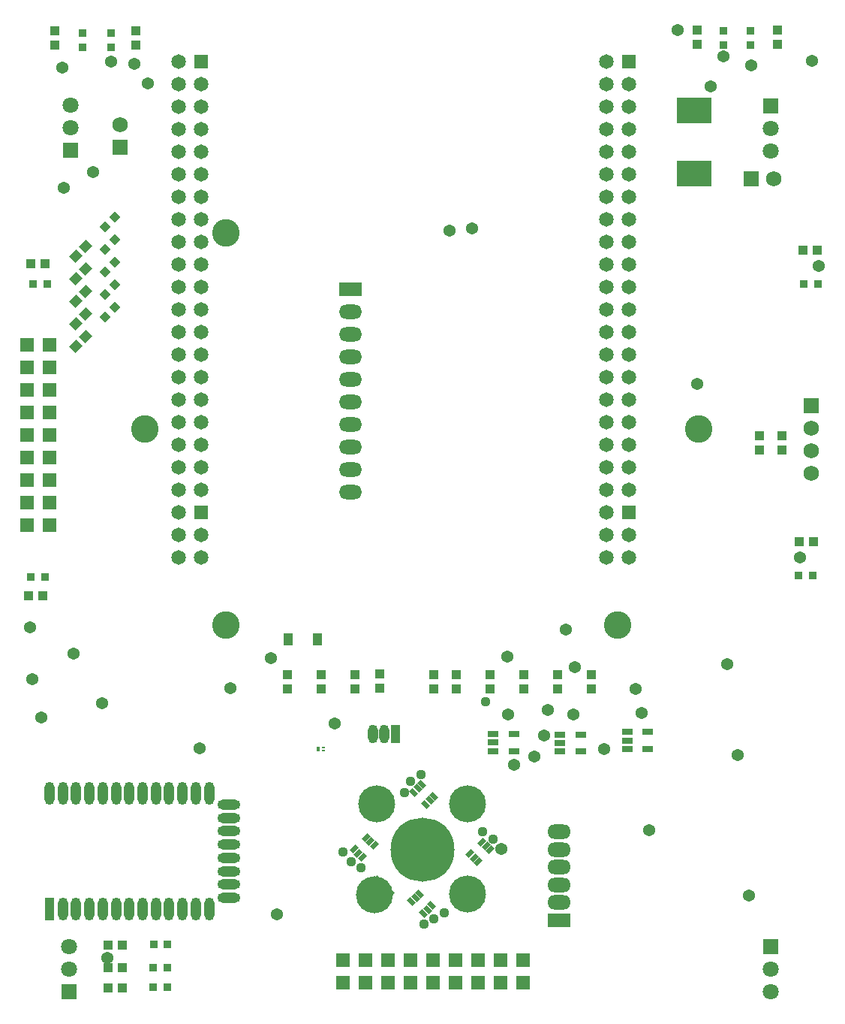
<source format=gts>
%FSLAX25Y25*%
%MOIN*%
G70*
G01*
G75*
G04 Layer_Color=8388736*
%ADD10R,0.03740X0.03937*%
%ADD11P,0.04454X4X90.0*%
G04:AMPARAMS|DCode=12|XSize=37.4mil|YSize=39.37mil|CornerRadius=0mil|HoleSize=0mil|Usage=FLASHONLY|Rotation=315.000|XOffset=0mil|YOffset=0mil|HoleType=Round|Shape=Rectangle|*
%AMROTATEDRECTD12*
4,1,4,-0.02714,-0.00070,0.00070,0.02714,0.02714,0.00070,-0.00070,-0.02714,-0.02714,-0.00070,0.0*
%
%ADD12ROTATEDRECTD12*%

%ADD13R,0.04200X0.02500*%
G04:AMPARAMS|DCode=14|XSize=106.3mil|YSize=62.99mil|CornerRadius=0mil|HoleSize=0mil|Usage=FLASHONLY|Rotation=225.000|XOffset=0mil|YOffset=0mil|HoleType=Round|Shape=Rectangle|*
%AMROTATEDRECTD14*
4,1,4,0.01531,0.05985,0.05985,0.01531,-0.01531,-0.05985,-0.05985,-0.01531,0.01531,0.05985,0.0*
%
%ADD14ROTATEDRECTD14*%

G04:AMPARAMS|DCode=15|XSize=106.3mil|YSize=62.99mil|CornerRadius=0mil|HoleSize=0mil|Usage=FLASHONLY|Rotation=315.000|XOffset=0mil|YOffset=0mil|HoleType=Round|Shape=Rectangle|*
%AMROTATEDRECTD15*
4,1,4,-0.05985,0.01531,-0.01531,0.05985,0.05985,-0.01531,0.01531,-0.05985,-0.05985,0.01531,0.0*
%
%ADD15ROTATEDRECTD15*%

G04:AMPARAMS|DCode=16|XSize=15.75mil|YSize=33.47mil|CornerRadius=0mil|HoleSize=0mil|Usage=FLASHONLY|Rotation=135.000|XOffset=0mil|YOffset=0mil|HoleType=Round|Shape=Rectangle|*
%AMROTATEDRECTD16*
4,1,4,0.01740,0.00626,-0.00626,-0.01740,-0.01740,-0.00626,0.00626,0.01740,0.01740,0.00626,0.0*
%
%ADD16ROTATEDRECTD16*%

G04:AMPARAMS|DCode=17|XSize=15.75mil|YSize=33.47mil|CornerRadius=0mil|HoleSize=0mil|Usage=FLASHONLY|Rotation=225.000|XOffset=0mil|YOffset=0mil|HoleType=Round|Shape=Rectangle|*
%AMROTATEDRECTD17*
4,1,4,-0.00626,0.01740,0.01740,-0.00626,0.00626,-0.01740,-0.01740,0.00626,-0.00626,0.01740,0.0*
%
%ADD17ROTATEDRECTD17*%

%ADD18R,0.04331X0.02559*%
%ADD19R,0.03150X0.03150*%
%ADD20O,0.03937X0.09843*%
%ADD21O,0.09843X0.03937*%
%ADD22R,0.03937X0.09843*%
%ADD23R,0.03150X0.03150*%
%ADD24R,0.03937X0.03740*%
%ADD25R,0.03602X0.04803*%
%ADD26R,0.15000X0.11000*%
%ADD27R,0.01024X0.00630*%
%ADD28R,0.01024X0.02008*%
%ADD29C,0.02000*%
%ADD30C,0.01500*%
%ADD31C,0.07500*%
%ADD32C,0.04000*%
%ADD33C,0.03000*%
%ADD34C,0.02500*%
%ADD35C,0.05000*%
%ADD36C,0.01000*%
%ADD37C,0.10000*%
%ADD38C,0.11800*%
%ADD39R,0.06496X0.06496*%
%ADD40C,0.06496*%
%ADD41O,0.10000X0.06000*%
%ADD42R,0.10000X0.06000*%
%ADD43R,0.06693X0.06693*%
%ADD44C,0.06693*%
%ADD45R,0.06496X0.06496*%
%ADD46C,0.28000*%
%ADD47R,0.04000X0.07874*%
%ADD48O,0.04000X0.07874*%
%ADD49O,0.03937X0.07874*%
%ADD50O,0.09843X0.06000*%
%ADD51R,0.09843X0.06000*%
%ADD52C,0.16000*%
%ADD53R,0.06000X0.06000*%
%ADD54R,0.06000X0.06000*%
%ADD55C,0.04000*%
%ADD56C,0.05000*%
%ADD57C,0.11000*%
%ADD58C,0.08000*%
G04:AMPARAMS|DCode=59|XSize=100mil|YSize=100mil|CornerRadius=0mil|HoleSize=0mil|Usage=FLASHONLY|Rotation=0.000|XOffset=0mil|YOffset=0mil|HoleType=Round|Shape=Relief|Width=10mil|Gap=10mil|Entries=4|*
%AMTHD59*
7,0,0,0.10000,0.08000,0.01000,45*
%
%ADD59THD59*%
%ADD60C,0.07803*%
G04:AMPARAMS|DCode=61|XSize=98.031mil|YSize=98.031mil|CornerRadius=0mil|HoleSize=0mil|Usage=FLASHONLY|Rotation=0.000|XOffset=0mil|YOffset=0mil|HoleType=Round|Shape=Relief|Width=10mil|Gap=10mil|Entries=4|*
%AMTHD61*
7,0,0,0.09803,0.07803,0.01000,45*
%
%ADD61THD61*%
%ADD62C,0.08567*%
G04:AMPARAMS|DCode=63|XSize=105.669mil|YSize=105.669mil|CornerRadius=0mil|HoleSize=0mil|Usage=FLASHONLY|Rotation=0.000|XOffset=0mil|YOffset=0mil|HoleType=Round|Shape=Relief|Width=10mil|Gap=10mil|Entries=4|*
%AMTHD63*
7,0,0,0.10567,0.08567,0.01000,45*
%
%ADD63THD63*%
%ADD64C,0.07937*%
%ADD65C,0.09080*%
G04:AMPARAMS|DCode=66|XSize=85mil|YSize=85mil|CornerRadius=0mil|HoleSize=0mil|Usage=FLASHONLY|Rotation=0.000|XOffset=0mil|YOffset=0mil|HoleType=Round|Shape=Relief|Width=10mil|Gap=10mil|Entries=4|*
%AMTHD66*
7,0,0,0.08500,0.06500,0.01000,45*
%
%ADD66THD66*%
%ADD67C,0.06500*%
%ADD68C,0.07800*%
G04:AMPARAMS|DCode=69|XSize=98mil|YSize=98mil|CornerRadius=0mil|HoleSize=0mil|Usage=FLASHONLY|Rotation=0.000|XOffset=0mil|YOffset=0mil|HoleType=Round|Shape=Relief|Width=10mil|Gap=10mil|Entries=4|*
%AMTHD69*
7,0,0,0.09800,0.07800,0.01000,45*
%
%ADD69THD69*%
G04:AMPARAMS|DCode=70|XSize=99.37mil|YSize=99.37mil|CornerRadius=0mil|HoleSize=0mil|Usage=FLASHONLY|Rotation=0.000|XOffset=0mil|YOffset=0mil|HoleType=Round|Shape=Relief|Width=10mil|Gap=10mil|Entries=4|*
%AMTHD70*
7,0,0,0.09937,0.07937,0.01000,45*
%
%ADD70THD70*%
G04:AMPARAMS|DCode=71|XSize=75mil|YSize=75mil|CornerRadius=0mil|HoleSize=0mil|Usage=FLASHONLY|Rotation=0.000|XOffset=0mil|YOffset=0mil|HoleType=Round|Shape=Relief|Width=10mil|Gap=10mil|Entries=4|*
%AMTHD71*
7,0,0,0.07500,0.05500,0.01000,45*
%
%ADD71THD71*%
%ADD72C,0.05500*%
%ADD73C,0.06800*%
G04:AMPARAMS|DCode=74|XSize=88mil|YSize=88mil|CornerRadius=0mil|HoleSize=0mil|Usage=FLASHONLY|Rotation=0.000|XOffset=0mil|YOffset=0mil|HoleType=Round|Shape=Relief|Width=10mil|Gap=10mil|Entries=4|*
%AMTHD74*
7,0,0,0.08800,0.06800,0.01000,45*
%
%ADD74THD74*%
%ADD75C,0.00984*%
%ADD76C,0.01181*%
%ADD77C,0.00787*%
%ADD78C,0.00700*%
%ADD79C,0.00800*%
G04:AMPARAMS|DCode=80|XSize=19.69mil|YSize=62.99mil|CornerRadius=0mil|HoleSize=0mil|Usage=FLASHONLY|Rotation=45.000|XOffset=0mil|YOffset=0mil|HoleType=Round|Shape=Rectangle|*
%AMROTATEDRECTD80*
4,1,4,0.01531,-0.02923,-0.02923,0.01531,-0.01531,0.02923,0.02923,-0.01531,0.01531,-0.02923,0.0*
%
%ADD80ROTATEDRECTD80*%

%ADD81R,0.01000X0.11000*%
%ADD82R,0.10350X0.01000*%
%ADD83R,0.03000X0.01500*%
%ADD84R,0.01500X0.03000*%
%ADD85R,0.01968X0.06299*%
%ADD86R,0.06299X0.01969*%
%ADD87R,0.02000X0.09200*%
%ADD88R,0.24700X0.02000*%
%ADD89R,0.01969X0.06299*%
%ADD90R,0.06299X0.01968*%
%ADD91R,0.04140X0.04337*%
%ADD92P,0.05020X4X90.0*%
G04:AMPARAMS|DCode=93|XSize=41.4mil|YSize=43.37mil|CornerRadius=0mil|HoleSize=0mil|Usage=FLASHONLY|Rotation=315.000|XOffset=0mil|YOffset=0mil|HoleType=Round|Shape=Rectangle|*
%AMROTATEDRECTD93*
4,1,4,-0.02997,-0.00070,0.00070,0.02997,0.02997,0.00070,-0.00070,-0.02997,-0.02997,-0.00070,0.0*
%
%ADD93ROTATEDRECTD93*%

%ADD94R,0.04600X0.02900*%
G04:AMPARAMS|DCode=95|XSize=110.3mil|YSize=66.99mil|CornerRadius=0mil|HoleSize=0mil|Usage=FLASHONLY|Rotation=225.000|XOffset=0mil|YOffset=0mil|HoleType=Round|Shape=Rectangle|*
%AMROTATEDRECTD95*
4,1,4,0.01531,0.06268,0.06268,0.01531,-0.01531,-0.06268,-0.06268,-0.01531,0.01531,0.06268,0.0*
%
%ADD95ROTATEDRECTD95*%

G04:AMPARAMS|DCode=96|XSize=110.3mil|YSize=66.99mil|CornerRadius=0mil|HoleSize=0mil|Usage=FLASHONLY|Rotation=315.000|XOffset=0mil|YOffset=0mil|HoleType=Round|Shape=Rectangle|*
%AMROTATEDRECTD96*
4,1,4,-0.06268,0.01531,-0.01531,0.06268,0.06268,-0.01531,0.01531,-0.06268,-0.06268,0.01531,0.0*
%
%ADD96ROTATEDRECTD96*%

G04:AMPARAMS|DCode=97|XSize=19.75mil|YSize=37.47mil|CornerRadius=0mil|HoleSize=0mil|Usage=FLASHONLY|Rotation=135.000|XOffset=0mil|YOffset=0mil|HoleType=Round|Shape=Rectangle|*
%AMROTATEDRECTD97*
4,1,4,0.02023,0.00626,-0.00626,-0.02023,-0.02023,-0.00626,0.00626,0.02023,0.02023,0.00626,0.0*
%
%ADD97ROTATEDRECTD97*%

G04:AMPARAMS|DCode=98|XSize=19.75mil|YSize=37.47mil|CornerRadius=0mil|HoleSize=0mil|Usage=FLASHONLY|Rotation=225.000|XOffset=0mil|YOffset=0mil|HoleType=Round|Shape=Rectangle|*
%AMROTATEDRECTD98*
4,1,4,-0.00626,0.02023,0.02023,-0.00626,0.00626,-0.02023,-0.02023,0.00626,-0.00626,0.02023,0.0*
%
%ADD98ROTATEDRECTD98*%

%ADD99R,0.04731X0.02959*%
%ADD100R,0.03550X0.03550*%
%ADD101O,0.04337X0.10243*%
%ADD102O,0.10243X0.04337*%
%ADD103R,0.04337X0.10243*%
%ADD104R,0.03550X0.03550*%
%ADD105R,0.04337X0.04140*%
%ADD106R,0.04002X0.05203*%
%ADD107R,0.15400X0.11400*%
%ADD108R,0.01424X0.01030*%
%ADD109R,0.01424X0.02408*%
%ADD110C,0.12200*%
%ADD111O,0.10400X0.06400*%
%ADD112R,0.10400X0.06400*%
%ADD113R,0.07093X0.07093*%
%ADD114C,0.07093*%
%ADD115R,0.06896X0.06896*%
%ADD116C,0.06896*%
%ADD117R,0.06896X0.06896*%
%ADD118C,0.28400*%
%ADD119R,0.04400X0.08274*%
%ADD120O,0.04400X0.08274*%
%ADD121O,0.04337X0.08274*%
%ADD122O,0.10243X0.06400*%
%ADD123R,0.10243X0.06400*%
%ADD124C,0.16400*%
%ADD125R,0.06400X0.06400*%
%ADD126R,0.06400X0.06400*%
%ADD127C,0.04400*%
%ADD128C,0.05400*%
D39*
X280000Y-225000D02*
D03*
Y-25000D02*
D03*
X90000Y-225000D02*
D03*
Y-25000D02*
D03*
D40*
X270000Y-225000D02*
D03*
X280000Y-235000D02*
D03*
X270000D02*
D03*
X280000Y-245000D02*
D03*
X270000D02*
D03*
Y-215000D02*
D03*
X280000D02*
D03*
X270000Y-205000D02*
D03*
X280000D02*
D03*
X270000Y-195000D02*
D03*
X280000D02*
D03*
X270000Y-185000D02*
D03*
X280000D02*
D03*
X270000Y-175000D02*
D03*
X280000D02*
D03*
X270000Y-165000D02*
D03*
X280000D02*
D03*
X270000Y-155000D02*
D03*
X280000D02*
D03*
X270000Y-145000D02*
D03*
X280000D02*
D03*
X270000Y-135000D02*
D03*
X280000D02*
D03*
X270000Y-125000D02*
D03*
X280000D02*
D03*
X270000Y-85000D02*
D03*
X280000D02*
D03*
X270000Y-75000D02*
D03*
X280000D02*
D03*
X270000Y-65000D02*
D03*
X280000D02*
D03*
X270000Y-55000D02*
D03*
X280000D02*
D03*
X270000Y-45000D02*
D03*
X280000D02*
D03*
X270000Y-35000D02*
D03*
X280000D02*
D03*
X270000Y-25000D02*
D03*
X280000Y-95000D02*
D03*
X270000D02*
D03*
X280000Y-105000D02*
D03*
X270000D02*
D03*
X280000Y-115000D02*
D03*
X270000D02*
D03*
X80000Y-225000D02*
D03*
X90000Y-235000D02*
D03*
X80000D02*
D03*
X90000Y-245000D02*
D03*
X80000D02*
D03*
Y-215000D02*
D03*
X90000D02*
D03*
X80000Y-205000D02*
D03*
X90000D02*
D03*
X80000Y-195000D02*
D03*
X90000D02*
D03*
X80000Y-185000D02*
D03*
X90000D02*
D03*
X80000Y-175000D02*
D03*
X90000D02*
D03*
X80000Y-165000D02*
D03*
X90000D02*
D03*
X80000Y-155000D02*
D03*
X90000D02*
D03*
X80000Y-145000D02*
D03*
X90000D02*
D03*
X80000Y-135000D02*
D03*
X90000D02*
D03*
X80000Y-125000D02*
D03*
X90000D02*
D03*
X80000Y-85000D02*
D03*
X90000D02*
D03*
X80000Y-75000D02*
D03*
X90000D02*
D03*
X80000Y-65000D02*
D03*
X90000D02*
D03*
X80000Y-55000D02*
D03*
X90000D02*
D03*
X80000Y-45000D02*
D03*
X90000D02*
D03*
X80000Y-35000D02*
D03*
X90000D02*
D03*
X80000Y-25000D02*
D03*
X90000Y-95000D02*
D03*
X80000D02*
D03*
X90000Y-105000D02*
D03*
X80000D02*
D03*
X90000Y-115000D02*
D03*
X80000D02*
D03*
D91*
X25000Y-11350D02*
D03*
Y-17650D02*
D03*
X203500Y-303150D02*
D03*
Y-296850D02*
D03*
X193279Y-303140D02*
D03*
Y-296841D02*
D03*
X248546Y-296736D02*
D03*
Y-303035D02*
D03*
X263500Y-303150D02*
D03*
Y-296850D02*
D03*
X128500Y-296850D02*
D03*
Y-303150D02*
D03*
X143500Y-303150D02*
D03*
Y-296850D02*
D03*
X233500Y-296850D02*
D03*
Y-303150D02*
D03*
X218500Y-296850D02*
D03*
Y-303150D02*
D03*
X158500Y-296850D02*
D03*
Y-303150D02*
D03*
X169254Y-302882D02*
D03*
Y-296583D02*
D03*
X61000Y-11350D02*
D03*
Y-17650D02*
D03*
X338000Y-197150D02*
D03*
Y-190850D02*
D03*
X348000Y-190850D02*
D03*
Y-197150D02*
D03*
X310500Y-10850D02*
D03*
Y-17150D02*
D03*
X346000Y-10850D02*
D03*
Y-17150D02*
D03*
D92*
X51727Y-123773D02*
D03*
X47273Y-128227D02*
D03*
X51727Y-93773D02*
D03*
X47273Y-98227D02*
D03*
X51727Y-103773D02*
D03*
X47273Y-108227D02*
D03*
X51727Y-113773D02*
D03*
X47273Y-118227D02*
D03*
X51727Y-133773D02*
D03*
X47273Y-138227D02*
D03*
D93*
X34273Y-111227D02*
D03*
X38727Y-106773D02*
D03*
X34273Y-121227D02*
D03*
X38727Y-116773D02*
D03*
X34273Y-141227D02*
D03*
X38727Y-136773D02*
D03*
X34273Y-131227D02*
D03*
X38727Y-126773D02*
D03*
X34273Y-151227D02*
D03*
X38727Y-146773D02*
D03*
D94*
X279558Y-322345D02*
D03*
Y-326045D02*
D03*
Y-329745D02*
D03*
X288258D02*
D03*
Y-322345D02*
D03*
D95*
X169819Y-355819D02*
D03*
X183181Y-369181D02*
D03*
X193319Y-379319D02*
D03*
X206681Y-392681D02*
D03*
D96*
X169819Y-392181D02*
D03*
X183181Y-378819D02*
D03*
X193319Y-369181D02*
D03*
X206681Y-355819D02*
D03*
D97*
X163335Y-369046D02*
D03*
X165145Y-370855D02*
D03*
X166954Y-372665D02*
D03*
X161665Y-377954D02*
D03*
X159855Y-376145D02*
D03*
X158046Y-374335D02*
D03*
X213165Y-379954D02*
D03*
X211355Y-378145D02*
D03*
X209546Y-376335D02*
D03*
X214835Y-371046D02*
D03*
X216645Y-372855D02*
D03*
X218454Y-374665D02*
D03*
D98*
X183546Y-397665D02*
D03*
X185355Y-395855D02*
D03*
X187165Y-394046D02*
D03*
X192454Y-399335D02*
D03*
X190645Y-401145D02*
D03*
X188835Y-402954D02*
D03*
X193454Y-350835D02*
D03*
X191645Y-352645D02*
D03*
X189835Y-354454D02*
D03*
X184546Y-349165D02*
D03*
X186355Y-347355D02*
D03*
X188165Y-345546D02*
D03*
D99*
X219776Y-323260D02*
D03*
Y-327000D02*
D03*
Y-330740D02*
D03*
X229224D02*
D03*
Y-323260D02*
D03*
X249397Y-323373D02*
D03*
Y-327113D02*
D03*
Y-330853D02*
D03*
X258846D02*
D03*
Y-323373D02*
D03*
D100*
X68850Y-427000D02*
D03*
X75150D02*
D03*
X68850Y-435500D02*
D03*
X75150D02*
D03*
X68918Y-416507D02*
D03*
X75217D02*
D03*
X361650Y-253000D02*
D03*
X355350D02*
D03*
X357850Y-123500D02*
D03*
X364150D02*
D03*
X15350D02*
D03*
X21650D02*
D03*
X14350Y-253500D02*
D03*
X20650D02*
D03*
D101*
X22744Y-349605D02*
D03*
X28650D02*
D03*
X34555D02*
D03*
X40461D02*
D03*
X46366D02*
D03*
X52272D02*
D03*
X58177D02*
D03*
X64083D02*
D03*
X69988D02*
D03*
X75894D02*
D03*
X81799D02*
D03*
X87705D02*
D03*
X93610D02*
D03*
Y-400786D02*
D03*
X87705D02*
D03*
X81799D02*
D03*
X75894D02*
D03*
X69988D02*
D03*
X64083D02*
D03*
X58177D02*
D03*
X52272D02*
D03*
X46366D02*
D03*
X40461D02*
D03*
X34555D02*
D03*
X28650D02*
D03*
D102*
X102469Y-354526D02*
D03*
Y-360431D02*
D03*
Y-366337D02*
D03*
Y-372242D02*
D03*
Y-378148D02*
D03*
Y-384053D02*
D03*
Y-389959D02*
D03*
Y-395864D02*
D03*
D103*
X22744Y-400786D02*
D03*
D104*
X50000Y-12350D02*
D03*
Y-18650D02*
D03*
X37500Y-12350D02*
D03*
Y-18650D02*
D03*
X322000Y-11350D02*
D03*
Y-17650D02*
D03*
X334000Y-11350D02*
D03*
Y-17650D02*
D03*
D105*
X55150Y-427000D02*
D03*
X48850D02*
D03*
X55011Y-416881D02*
D03*
X48712D02*
D03*
X48850Y-436000D02*
D03*
X55150D02*
D03*
X362150Y-238000D02*
D03*
X355850D02*
D03*
X357350Y-108500D02*
D03*
X363650D02*
D03*
X14350Y-114500D02*
D03*
X20650D02*
D03*
X13350Y-262000D02*
D03*
X19650D02*
D03*
D106*
X128770Y-281094D02*
D03*
X141663D02*
D03*
D107*
X309116Y-74604D02*
D03*
Y-46506D02*
D03*
D108*
X144538Y-329242D02*
D03*
Y-330621D02*
D03*
D109*
X141979Y-329931D02*
D03*
D110*
X275000Y-275000D02*
D03*
X311000Y-188000D02*
D03*
X101000Y-101000D02*
D03*
X65000Y-188000D02*
D03*
X101000Y-275000D02*
D03*
D111*
X249186Y-366531D02*
D03*
Y-374405D02*
D03*
Y-382279D02*
D03*
Y-390153D02*
D03*
Y-398027D02*
D03*
D112*
Y-405901D02*
D03*
D113*
X343000Y-44500D02*
D03*
Y-417500D02*
D03*
X31500Y-437500D02*
D03*
X32104Y-64319D02*
D03*
D114*
X343000Y-54500D02*
D03*
Y-64500D02*
D03*
Y-427500D02*
D03*
Y-437500D02*
D03*
X31500Y-427500D02*
D03*
Y-417500D02*
D03*
X32104Y-54318D02*
D03*
Y-44319D02*
D03*
D115*
X54000Y-63000D02*
D03*
X361000Y-177500D02*
D03*
D116*
X54000Y-53000D02*
D03*
X344268Y-76972D02*
D03*
X361000Y-187500D02*
D03*
Y-197500D02*
D03*
Y-207500D02*
D03*
D117*
X334268Y-76972D02*
D03*
D118*
X188500Y-374500D02*
D03*
D119*
X176321Y-323241D02*
D03*
D120*
X171320D02*
D03*
D121*
X166321D02*
D03*
D122*
X156299Y-215831D02*
D03*
Y-205831D02*
D03*
Y-195831D02*
D03*
Y-185831D02*
D03*
Y-175831D02*
D03*
Y-165831D02*
D03*
Y-155831D02*
D03*
Y-145831D02*
D03*
Y-135831D02*
D03*
D123*
Y-125831D02*
D03*
D124*
X168008Y-354287D02*
D03*
X208475Y-394367D02*
D03*
Y-354287D02*
D03*
X167233Y-394625D02*
D03*
D125*
X12889Y-230428D02*
D03*
X22889D02*
D03*
X12889Y-220428D02*
D03*
X22889D02*
D03*
X12889Y-210428D02*
D03*
X22889D02*
D03*
X12889Y-200428D02*
D03*
X22889D02*
D03*
X12889Y-190428D02*
D03*
X22889D02*
D03*
X12889Y-180428D02*
D03*
X22889D02*
D03*
X12889Y-170428D02*
D03*
X22889D02*
D03*
X12889Y-160428D02*
D03*
X22889D02*
D03*
X12889Y-150428D02*
D03*
X22889D02*
D03*
D126*
X233038Y-433565D02*
D03*
Y-423565D02*
D03*
X223038Y-433565D02*
D03*
Y-423565D02*
D03*
X213038Y-433565D02*
D03*
Y-423565D02*
D03*
X203038Y-433565D02*
D03*
Y-423565D02*
D03*
X193038Y-433565D02*
D03*
Y-423565D02*
D03*
X183038Y-433565D02*
D03*
Y-423565D02*
D03*
X173038Y-433565D02*
D03*
Y-423565D02*
D03*
X163038Y-433565D02*
D03*
Y-423565D02*
D03*
X153038Y-433565D02*
D03*
Y-423565D02*
D03*
D127*
X156831Y-379741D02*
D03*
X198000Y-402500D02*
D03*
X193560Y-405060D02*
D03*
X161102Y-382446D02*
D03*
X189189Y-407523D02*
D03*
X180488Y-349220D02*
D03*
X183099Y-344067D02*
D03*
X215159Y-366535D02*
D03*
X153198Y-375418D02*
D03*
X187765Y-341110D02*
D03*
X216500Y-309000D02*
D03*
X219635Y-369746D02*
D03*
D128*
X323882Y-292275D02*
D03*
X301872Y-10999D02*
D03*
X333494Y-394737D02*
D03*
X123750Y-403085D02*
D03*
X238230Y-333281D02*
D03*
X269095Y-329951D02*
D03*
X223280Y-374125D02*
D03*
X226500Y-314500D02*
D03*
X255500D02*
D03*
X285821Y-313875D02*
D03*
X244146Y-312404D02*
D03*
X149452Y-318606D02*
D03*
X283221Y-303128D02*
D03*
X121000Y-289500D02*
D03*
X289000Y-366000D02*
D03*
X48500Y-422500D02*
D03*
X226000Y-289000D02*
D03*
X252000Y-277000D02*
D03*
X328500Y-332500D02*
D03*
X356000Y-245000D02*
D03*
X364500Y-115500D02*
D03*
X310500Y-168000D02*
D03*
X322000Y-22500D02*
D03*
X334500Y-26500D02*
D03*
X361500Y-24500D02*
D03*
X50000Y-25000D02*
D03*
X28500Y-27500D02*
D03*
X66500Y-34500D02*
D03*
X60500Y-26000D02*
D03*
X316500Y-36000D02*
D03*
X210500Y-99000D02*
D03*
X200500Y-100000D02*
D03*
X46000Y-309500D02*
D03*
X19000Y-316000D02*
D03*
X15000Y-299000D02*
D03*
X89500Y-329500D02*
D03*
X14000Y-276000D02*
D03*
X33500Y-287500D02*
D03*
X103000Y-303000D02*
D03*
X29000Y-81000D02*
D03*
X42000Y-74000D02*
D03*
X229000Y-337000D02*
D03*
X256000Y-293500D02*
D03*
X242500Y-324000D02*
D03*
M02*

</source>
